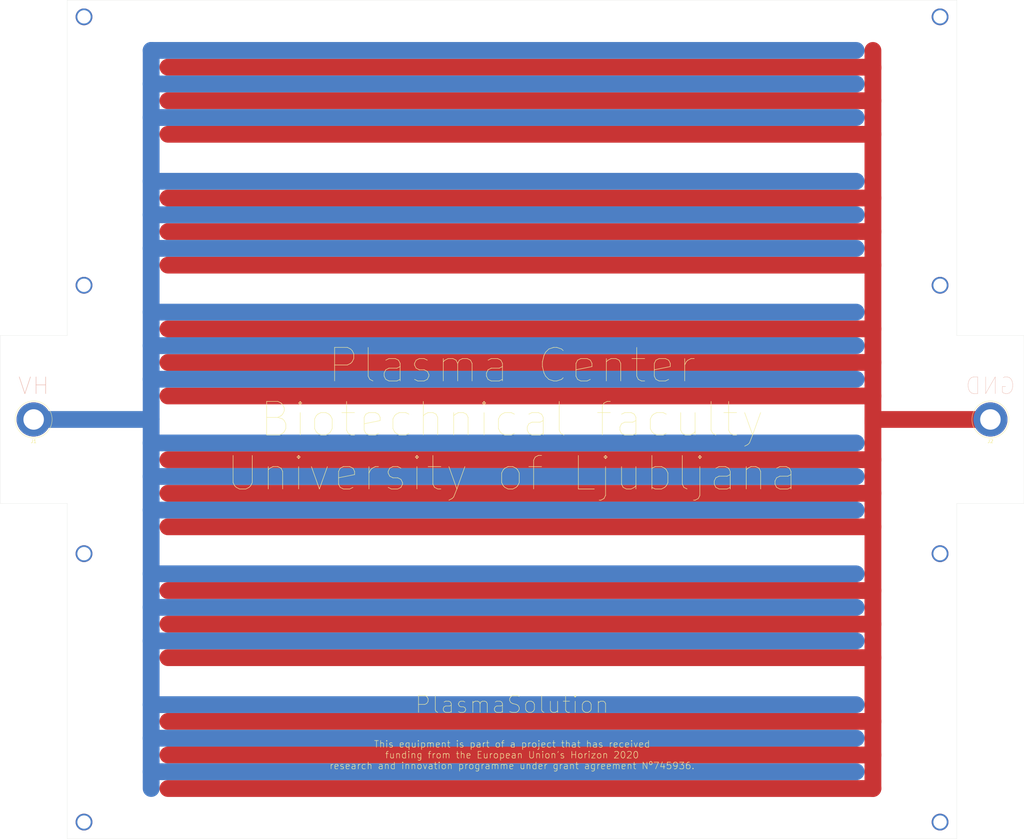
<source format=kicad_pcb>
(kicad_pcb (version 20171130) (host pcbnew "(5.1.2)-1")

  (general
    (thickness 1.6)
    (drawings 17)
    (tracks 53)
    (zones 0)
    (modules 2)
    (nets 3)
  )

  (page A3)
  (title_block
    (title "Surface Barrier Discharge - Electrode")
    (date 2019-06-06)
    (rev 1.0.1)
    (company "University of Ljubljana")
    (comment 1 "Biotechnical faculty")
    (comment 2 "Plasma Center")
    (comment 4 "Projekt PlasmaSolution")
  )

  (layers
    (0 F.Cu signal)
    (31 B.Cu signal)
    (32 B.Adhes user)
    (33 F.Adhes user)
    (34 B.Paste user)
    (35 F.Paste user)
    (36 B.SilkS user)
    (37 F.SilkS user)
    (38 B.Mask user)
    (39 F.Mask user)
    (40 Dwgs.User user hide)
    (41 Cmts.User user hide)
    (42 Eco1.User user hide)
    (43 Eco2.User user hide)
    (44 Edge.Cuts user)
    (45 Margin user hide)
    (46 B.CrtYd user hide)
    (47 F.CrtYd user hide)
    (48 B.Fab user hide)
    (49 F.Fab user hide)
  )

  (setup
    (last_trace_width 0.25)
    (trace_clearance 0.2)
    (zone_clearance 0.508)
    (zone_45_only no)
    (trace_min 0.2)
    (via_size 0.8)
    (via_drill 0.4)
    (via_min_size 0.4)
    (via_min_drill 0.3)
    (uvia_size 0.3)
    (uvia_drill 0.1)
    (uvias_allowed no)
    (uvia_min_size 0.2)
    (uvia_min_drill 0.1)
    (edge_width 0.05)
    (segment_width 0.2)
    (pcb_text_width 0.3)
    (pcb_text_size 1.5 1.5)
    (mod_edge_width 0.12)
    (mod_text_size 1 1)
    (mod_text_width 0.15)
    (pad_size 10.16 10.16)
    (pad_drill 6.1)
    (pad_to_mask_clearance 0.051)
    (solder_mask_min_width 0.25)
    (aux_axis_origin 0 0)
    (visible_elements 7FFFFFFF)
    (pcbplotparams
      (layerselection 0x010fc_ffffffff)
      (usegerberextensions false)
      (usegerberattributes false)
      (usegerberadvancedattributes false)
      (creategerberjobfile false)
      (excludeedgelayer true)
      (linewidth 0.100000)
      (plotframeref true)
      (viasonmask false)
      (mode 1)
      (useauxorigin false)
      (hpglpennumber 1)
      (hpglpenspeed 20)
      (hpglpendiameter 15.000000)
      (psnegative false)
      (psa4output false)
      (plotreference true)
      (plotvalue true)
      (plotinvisibletext false)
      (padsonsilk false)
      (subtractmaskfromsilk false)
      (outputformat 4)
      (mirror false)
      (drillshape 0)
      (scaleselection 1)
      (outputdirectory "GERBER/"))
  )

  (net 0 "")
  (net 1 VAC)
  (net 2 GND)

  (net_class Default "Dies ist die voreingestellte Netzklasse."
    (clearance 0.2)
    (trace_width 0.25)
    (via_dia 0.8)
    (via_drill 0.4)
    (uvia_dia 0.3)
    (uvia_drill 0.1)
    (add_net GND)
    (add_net VAC)
  )

  (module Connector:Banana_Jack_1Pin (layer F.Cu) (tedit 5CF90CDA) (tstamp 5CD15AB3)
    (at 325.8 140.24 180)
    (descr "Single banana socket, footprint - 6mm drill")
    (tags "banana socket")
    (path /5CD21EB7)
    (fp_text reference J2 (at 0 -6.5) (layer F.SilkS)
      (effects (font (size 1 1) (thickness 0.15)))
    )
    (fp_text value Conn_01x01 (at -0.25 6.5) (layer F.Fab)
      (effects (font (size 1 1) (thickness 0.15)))
    )
    (fp_circle (center 0 0) (end 5.5 0) (layer F.SilkS) (width 0.12))
    (fp_circle (center 0 0) (end 4.85 0.05) (layer F.Fab) (width 0.1))
    (fp_circle (center 0 0) (end 2 0) (layer F.Fab) (width 0.1))
    (fp_circle (center 0 0) (end 5.75 0) (layer F.CrtYd) (width 0.05))
    (fp_text user %R (at 0 0) (layer F.Fab)
      (effects (font (size 0.8 0.8) (thickness 0.12)))
    )
    (pad 1 thru_hole circle (at 0 0 180) (size 10.16 10.16) (drill 6.1) (layers *.Cu *.Mask)
      (net 2 GND))
    (model ${KISYS3DMOD}/Connector.3dshapes/Banana_Jack_1Pin.wrl
      (at (xyz 0 0 0))
      (scale (xyz 2 2 2))
      (rotate (xyz 0 0 0))
    )
  )

  (module Connector:Banana_Jack_1Pin (layer F.Cu) (tedit 5CF90CF5) (tstamp 5CD15AA9)
    (at 40.8 140.24 180)
    (descr "Single banana socket, footprint - 6mm drill")
    (tags "banana socket")
    (path /5CD21D77)
    (fp_text reference J1 (at 0 -6.5) (layer F.SilkS)
      (effects (font (size 1 1) (thickness 0.15)))
    )
    (fp_text value Conn_01x01 (at -0.25 6.5) (layer F.Fab)
      (effects (font (size 1 1) (thickness 0.15)))
    )
    (fp_circle (center 0 0) (end 5.5 0) (layer F.SilkS) (width 0.12))
    (fp_circle (center 0 0) (end 4.85 0.05) (layer F.Fab) (width 0.1))
    (fp_circle (center 0 0) (end 2 0) (layer F.Fab) (width 0.1))
    (fp_circle (center 0 0) (end 5.75 0) (layer F.CrtYd) (width 0.05))
    (fp_text user %R (at 0 0) (layer F.Fab)
      (effects (font (size 0.8 0.8) (thickness 0.12)))
    )
    (pad 1 thru_hole circle (at 0 0 180) (size 10.16 10.16) (drill 6.1) (layers *.Cu *.Mask)
      (net 1 VAC))
    (model ${KISYS3DMOD}/Connector.3dshapes/Banana_Jack_1Pin.wrl
      (at (xyz 0 0 0))
      (scale (xyz 2 2 2))
      (rotate (xyz 0 0 0))
    )
  )

  (gr_text "Plasma Center\nBiotechnical faculty\nUniversity of Ljubljana" (at 183.3 140.24) (layer F.SilkS) (tstamp 5CF90D4D)
    (effects (font (size 10 10) (thickness 0.15)))
  )
  (gr_text "This equipment is part of a project that has received\nfunding from the European Union's Horizon 2020\nresearch and innovation programme under grant agreement Nº745936." (at 183.3 240.24) (layer F.SilkS)
    (effects (font (size 2 2) (thickness 0.15)))
  )
  (gr_text PlasmaSolution (at 183.3 225.24) (layer F.SilkS)
    (effects (font (size 5 5) (thickness 0.15)))
  )
  (gr_line (start 315.8 115.24) (end 315.8 15.24) (layer Edge.Cuts) (width 0.05))
  (gr_line (start 335.8 115.24) (end 315.8 115.24) (layer Edge.Cuts) (width 0.05))
  (gr_line (start 335.8 165.24) (end 335.8 115.24) (layer Edge.Cuts) (width 0.05))
  (gr_line (start 315.8 165.24) (end 335.8 165.24) (layer Edge.Cuts) (width 0.05))
  (gr_line (start 30.8 165.24) (end 50.8 165.24) (layer Edge.Cuts) (width 0.05) (tstamp 5CF90676))
  (gr_line (start 30.8 115.24) (end 30.8 165.24) (layer Edge.Cuts) (width 0.05))
  (gr_line (start 50.8 115.24) (end 30.8 115.24) (layer Edge.Cuts) (width 0.05))
  (gr_line (start 50.8 165.24) (end 50.8 265.24) (layer Edge.Cuts) (width 0.05))
  (gr_text GND (at 325.8 130.24) (layer B.SilkS) (tstamp 5CD15C6E)
    (effects (font (size 5 5) (thickness 0.1)) (justify mirror))
  )
  (gr_text HV (at 40.8 130.24) (layer B.SilkS) (tstamp 5CD15C5F)
    (effects (font (size 5 5) (thickness 0.15)) (justify mirror))
  )
  (gr_line (start 50.8 15.24) (end 50.8 115.24) (layer Edge.Cuts) (width 0.05))
  (gr_line (start 315.8 265.24) (end 315.8 165.24) (layer Edge.Cuts) (width 0.05) (tstamp 5CD15BB6))
  (gr_line (start 315.8 15.24) (end 50.8 15.24) (layer Edge.Cuts) (width 0.05))
  (gr_line (start 50.8 265.24) (end 315.8 265.24) (layer Edge.Cuts) (width 0.05))

  (via (at 310.8 20.24) (size 5) (drill 4) (layers F.Cu B.Cu) (net 0))
  (via (at 55.8 20.24) (size 5) (drill 4) (layers F.Cu B.Cu) (net 0) (tstamp 5CF91842))
  (via (at 310.8 100.24) (size 5) (drill 4) (layers F.Cu B.Cu) (net 0) (tstamp 5CF91867))
  (via (at 310.8 180.24) (size 5) (drill 4) (layers F.Cu B.Cu) (net 0) (tstamp 5CF91867))
  (via (at 310.8 260.24) (size 5) (drill 4) (layers F.Cu B.Cu) (net 0) (tstamp 5CF91867))
  (via (at 55.8 260.24) (size 5) (drill 4) (layers F.Cu B.Cu) (net 0) (tstamp 5CF91867))
  (via (at 55.8 180.24) (size 5) (drill 4) (layers F.Cu B.Cu) (net 0) (tstamp 5CF91867))
  (via (at 55.8 100.24) (size 5) (drill 4) (layers F.Cu B.Cu) (net 0) (tstamp 5CF91867))
  (segment (start 75.8 167.24) (end 285.8 167.24) (width 5) (layer B.Cu) (net 1) (tstamp 5CF90917))
  (segment (start 75.8 157.24) (end 285.8 157.24) (width 5) (layer B.Cu) (net 1) (tstamp 5CF90917))
  (segment (start 75.8 128.24) (end 285.8 128.24) (width 5) (layer B.Cu) (net 1) (tstamp 5CF90917))
  (segment (start 75.8 118.24) (end 285.8 118.24) (width 5) (layer B.Cu) (net 1) (tstamp 5CF90917))
  (segment (start 75.8 89.24) (end 285.8 89.24) (width 5) (layer B.Cu) (net 1) (tstamp 5CF90917))
  (segment (start 75.8 79.24) (end 285.8 79.24) (width 5) (layer B.Cu) (net 1) (tstamp 5CF90917))
  (segment (start 75.8 186.24) (end 285.8 186.24) (width 5) (layer B.Cu) (net 1) (tstamp 5CF90917))
  (segment (start 75.8 206.24) (end 285.8 206.24) (width 5) (layer B.Cu) (net 1) (tstamp 5CF90917))
  (segment (start 75.8 196.24) (end 285.8 196.24) (width 5) (layer B.Cu) (net 1) (tstamp 5CF90917))
  (segment (start 75.8 147.24) (end 285.8 147.24) (width 5) (layer B.Cu) (net 1) (tstamp 5CF90917))
  (segment (start 75.8 108.24) (end 285.8 108.24) (width 5) (layer B.Cu) (net 1) (tstamp 5CF90917))
  (segment (start 75.8 69.24) (end 285.8 69.24) (width 5) (layer B.Cu) (net 1) (tstamp 5CF90917))
  (segment (start 75.8 235.24) (end 285.8 235.24) (width 5) (layer B.Cu) (net 1) (tstamp 5CF90917))
  (segment (start 75.8 225.24) (end 285.8 225.24) (width 5) (layer B.Cu) (net 1) (tstamp 5CF90917))
  (segment (start 75.8 245.24) (end 285.8 245.24) (width 5) (layer B.Cu) (net 1) (tstamp 5CF90917))
  (segment (start 75.8 50.24) (end 285.8 50.24) (width 5) (layer B.Cu) (net 1) (tstamp 5CF90917))
  (segment (start 75.8 30.24) (end 285.8 30.24) (width 5) (layer B.Cu) (net 1))
  (segment (start 75.66 140.24) (end 75.8 140.1) (width 5) (layer B.Cu) (net 1))
  (segment (start 40.8 140.24) (end 75.8 140.24) (width 5) (layer B.Cu) (net 1))
  (segment (start 75.8 30.24) (end 75.8 140.1) (width 5) (layer B.Cu) (net 1))
  (segment (start 75.8 140.1) (end 75.8 250.24) (width 5) (layer B.Cu) (net 1))
  (segment (start 75.8 40.24) (end 285.8 40.24) (width 5) (layer B.Cu) (net 1) (tstamp 5CF90917))
  (segment (start 290.8 55.24) (end 80.8 55.24) (width 5) (layer F.Cu) (net 2) (tstamp 5CF90917))
  (segment (start 80.8 74.24) (end 290.8 74.24) (width 5) (layer F.Cu) (net 2) (tstamp 5CF90917))
  (segment (start 80.8 84.24) (end 290.8 84.24) (width 5) (layer F.Cu) (net 2) (tstamp 5CF90917))
  (segment (start 80.8 94.24) (end 290.8 94.24) (width 5) (layer F.Cu) (net 2) (tstamp 5CF90917))
  (segment (start 80.8 113.24) (end 290.8 113.24) (width 5) (layer F.Cu) (net 2) (tstamp 5CF90917))
  (segment (start 80.8 123.24) (end 290.8 123.24) (width 5) (layer F.Cu) (net 2) (tstamp 5CF90917))
  (segment (start 80.8 133.24) (end 290.8 133.24) (width 5) (layer F.Cu) (net 2) (tstamp 5CF90917))
  (segment (start 80.8 152.24) (end 290.8 152.24) (width 5) (layer F.Cu) (net 2) (tstamp 5CF90917))
  (segment (start 80.8 162.24) (end 290.8 162.24) (width 5) (layer F.Cu) (net 2) (tstamp 5CF90917))
  (segment (start 80.8 172.24) (end 290.8 172.24) (width 5) (layer F.Cu) (net 2) (tstamp 5CF90917))
  (segment (start 80.8 191.24) (end 290.8 191.24) (width 5) (layer F.Cu) (net 2) (tstamp 5CF90917))
  (segment (start 80.8 201.24) (end 290.8 201.24) (width 5) (layer F.Cu) (net 2) (tstamp 5CF90917))
  (segment (start 80.8 211.24) (end 290.8 211.24) (width 5) (layer F.Cu) (net 2) (tstamp 5CF90917))
  (segment (start 80.8 230.24) (end 290.8 230.24) (width 5) (layer F.Cu) (net 2) (tstamp 5CF90917))
  (segment (start 80.8 240.24) (end 290.8 240.24) (width 5) (layer F.Cu) (net 2) (tstamp 5CF90917))
  (segment (start 80.8 250.24) (end 290.8 250.24) (width 5) (layer F.Cu) (net 2) (tstamp 5CF90917))
  (segment (start 80.8 45.24) (end 290.8 45.24) (width 5) (layer F.Cu) (net 2) (tstamp 5CF90917))
  (segment (start 291.5 140.24) (end 290.8 140.94) (width 5) (layer F.Cu) (net 2))
  (segment (start 325.8 140.24) (end 290.8 140.24) (width 5) (layer F.Cu) (net 2))
  (segment (start 290.8 140.94) (end 290.8 250.24) (width 5) (layer F.Cu) (net 2))
  (segment (start 290.8 35.24) (end 80.8 35.24) (width 5) (layer F.Cu) (net 2))
  (segment (start 290.8 35.53) (end 290.8 140.94) (width 5) (layer F.Cu) (net 2))
  (segment (start 290.8 30.24) (end 290.8 35.53) (width 5) (layer F.Cu) (net 2))

)

</source>
